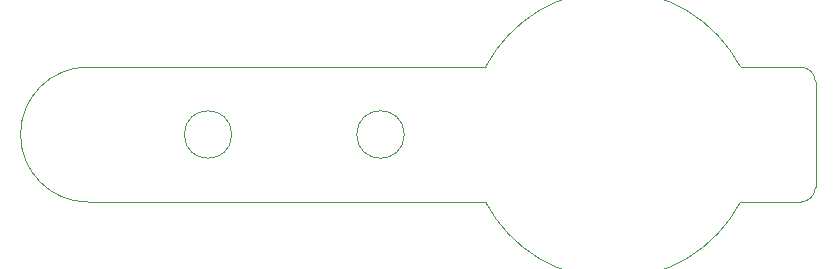
<source format=gm1>
%TF.GenerationSoftware,KiCad,Pcbnew,7.0.7-7.0.7~ubuntu22.04.1*%
%TF.CreationDate,2023-10-30T13:20:32-04:00*%
%TF.ProjectId,kicad_led_torch,6b696361-645f-46c6-9564-5f746f726368,0.1*%
%TF.SameCoordinates,Original*%
%TF.FileFunction,Profile,NP*%
%FSLAX46Y46*%
G04 Gerber Fmt 4.6, Leading zero omitted, Abs format (unit mm)*
G04 Created by KiCad (PCBNEW 7.0.7-7.0.7~ubuntu22.04.1) date 2023-10-30 13:20:32*
%MOMM*%
%LPD*%
G01*
G04 APERTURE LIST*
%TA.AperFunction,Profile*%
%ADD10C,0.100000*%
%TD*%
G04 APERTURE END LIST*
D10*
X180340000Y-99695000D02*
G75*
G03*
X181610000Y-98425000I0J1270000D01*
G01*
X181610000Y-89535000D02*
G75*
G03*
X180340000Y-88265000I-1270000J0D01*
G01*
X180340000Y-99695000D02*
X175259999Y-99695000D01*
X153670002Y-99695000D02*
G75*
G03*
X175259998Y-99695000I10794998J5715000D01*
G01*
X180340000Y-88265000D02*
X175259999Y-88265000D01*
X175259998Y-88265000D02*
G75*
G03*
X153670002Y-88265000I-10794998J-5715000D01*
G01*
X120015000Y-88265000D02*
G75*
G03*
X120015000Y-99695000I0J-5715000D01*
G01*
X181610000Y-89535000D02*
X181610000Y-98425000D01*
X146788046Y-93980000D02*
G75*
G03*
X146788046Y-93980000I-2008046J0D01*
G01*
X132183046Y-93980000D02*
G75*
G03*
X132183046Y-93980000I-2008046J0D01*
G01*
X120015000Y-88265000D02*
X153670001Y-88265000D01*
X153670001Y-99695000D02*
X120015000Y-99695000D01*
M02*

</source>
